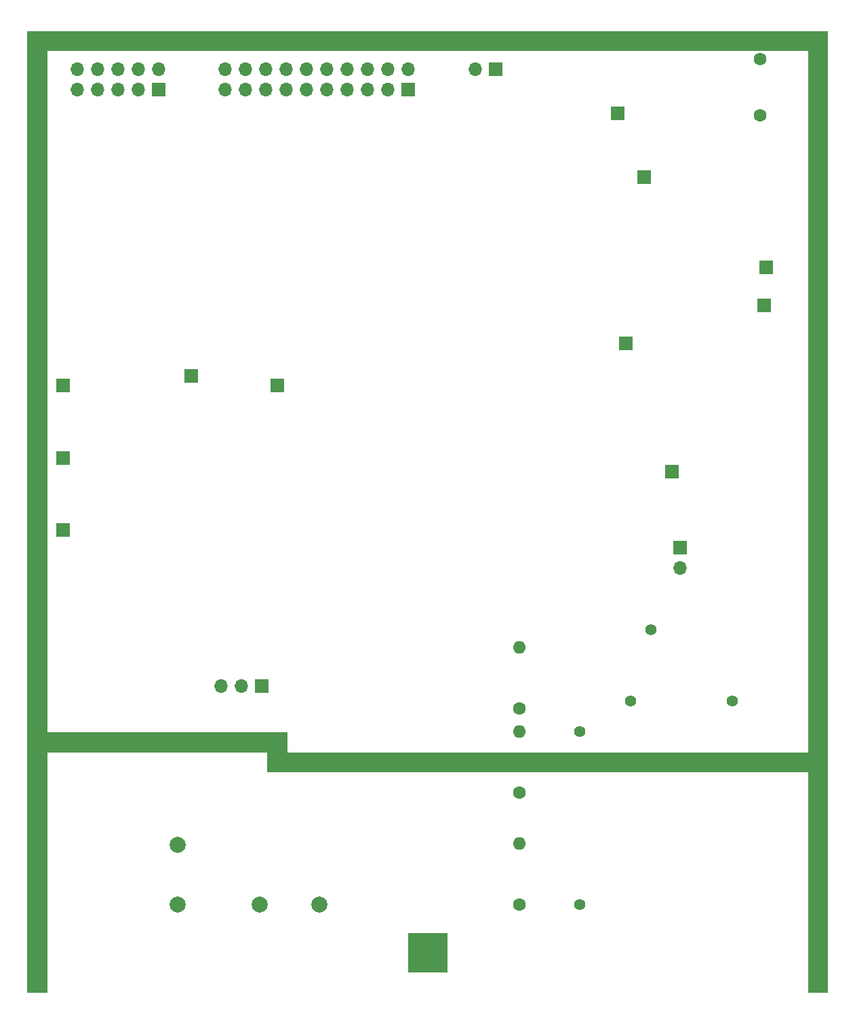
<source format=gbr>
%TF.GenerationSoftware,KiCad,Pcbnew,7.0.1*%
%TF.CreationDate,2023-04-12T20:57:29-06:00*%
%TF.ProjectId,Panoptes,50616e6f-7074-4657-932e-6b696361645f,3.0*%
%TF.SameCoordinates,PX16e3600PY1ba8140*%
%TF.FileFunction,Soldermask,Bot*%
%TF.FilePolarity,Negative*%
%FSLAX46Y46*%
G04 Gerber Fmt 4.6, Leading zero omitted, Abs format (unit mm)*
G04 Created by KiCad (PCBNEW 7.0.1) date 2023-04-12 20:57:29*
%MOMM*%
%LPD*%
G01*
G04 APERTURE LIST*
%ADD10R,1.700000X1.700000*%
%ADD11O,1.700000X1.700000*%
%ADD12C,1.600000*%
%ADD13O,1.600000X1.600000*%
%ADD14R,5.000000X5.000000*%
%ADD15C,2.000000*%
%ADD16C,1.400000*%
G04 APERTURE END LIST*
D10*
%TO.C,TP13*%
X31250000Y-44250000D03*
%TD*%
%TO.C,TP12*%
X4500000Y-53250000D03*
%TD*%
%TO.C,TP9*%
X20500000Y-43000000D03*
%TD*%
%TO.C,TP8*%
X80500000Y-55000000D03*
%TD*%
%TO.C,TP7*%
X4500000Y-44250000D03*
%TD*%
%TO.C,TP6*%
X4500000Y-62250000D03*
%TD*%
%TO.C,TP5*%
X77000000Y-18250000D03*
%TD*%
%TO.C,TP4*%
X73750000Y-10250000D03*
%TD*%
%TO.C,TP3*%
X92250000Y-29500000D03*
%TD*%
%TO.C,TP2*%
X92000000Y-34250000D03*
%TD*%
%TO.C,TP1*%
X74750000Y-39000000D03*
%TD*%
%TO.C,J1*%
X16410000Y-7290000D03*
D11*
X16410000Y-4750000D03*
X13870000Y-7290000D03*
X13870000Y-4750000D03*
X11330000Y-7290000D03*
X11330000Y-4750000D03*
X8790000Y-7290000D03*
X8790000Y-4750000D03*
X6250000Y-7290000D03*
X6250000Y-4750000D03*
%TD*%
D12*
%TO.C,R23*%
X61500000Y-109000000D03*
D13*
X61500000Y-101380000D03*
%TD*%
D14*
%TO.C,J3*%
X50000000Y-115000000D03*
%TD*%
D10*
%TO.C,J5*%
X81500000Y-64475000D03*
D11*
X81500000Y-67015000D03*
%TD*%
D12*
%TO.C,R25*%
X61500000Y-84560000D03*
D13*
X61500000Y-76940000D03*
%TD*%
D12*
%TO.C,R24*%
X61500000Y-95060000D03*
D13*
X61500000Y-87440000D03*
%TD*%
D15*
%TO.C,C36*%
X36500000Y-109000000D03*
X29000000Y-109000000D03*
%TD*%
D12*
%TO.C,J7*%
X91500000Y-3500000D03*
X91500000Y-10500000D03*
%TD*%
D15*
%TO.C,C37*%
X18750000Y-109000000D03*
X18750000Y-101500000D03*
%TD*%
D10*
%TO.C,J2*%
X47610000Y-7290000D03*
D11*
X47610000Y-4750000D03*
X45070000Y-7290000D03*
X45070000Y-4750000D03*
X42530000Y-7290000D03*
X42530000Y-4750000D03*
X39990000Y-7290000D03*
X39990000Y-4750000D03*
X37450000Y-7290000D03*
X37450000Y-4750000D03*
X34910000Y-7290000D03*
X34910000Y-4750000D03*
X32370000Y-7290000D03*
X32370000Y-4750000D03*
X29830000Y-7290000D03*
X29830000Y-4750000D03*
X27290000Y-7290000D03*
X27290000Y-4750000D03*
X24750000Y-7290000D03*
X24750000Y-4750000D03*
%TD*%
D10*
%TO.C,J4*%
X29290000Y-81750000D03*
D11*
X26750000Y-81750000D03*
X24210000Y-81750000D03*
%TD*%
D16*
%TO.C,U8*%
X75350000Y-83600000D03*
X88050000Y-83600000D03*
X69000000Y-87410000D03*
X69000000Y-109000000D03*
X77890000Y-74710000D03*
%TD*%
D10*
%TO.C,J6*%
X58540000Y-4750000D03*
D11*
X56000000Y-4750000D03*
%TD*%
G36*
X97771632Y-3368D02*
G01*
X97775000Y-11500D01*
X97775000Y-2499726D01*
X97774987Y-2500263D01*
X97774916Y-2501781D01*
X97774819Y-2502831D01*
X97774646Y-2504073D01*
X97774450Y-2505120D01*
X97774166Y-2506327D01*
X97773876Y-2507346D01*
X97773482Y-2508522D01*
X97773095Y-2509521D01*
X97772593Y-2510656D01*
X97772124Y-2511597D01*
X97771510Y-2512700D01*
X97770951Y-2513604D01*
X97770254Y-2514622D01*
X97769612Y-2515473D01*
X97768818Y-2516429D01*
X97768103Y-2517213D01*
X97767213Y-2518103D01*
X97766429Y-2518818D01*
X97765473Y-2519612D01*
X97764622Y-2520254D01*
X97763604Y-2520951D01*
X97762700Y-2521510D01*
X97761597Y-2522124D01*
X97760656Y-2522593D01*
X97759521Y-2523095D01*
X97758522Y-2523482D01*
X97757346Y-2523876D01*
X97756327Y-2524166D01*
X97755120Y-2524450D01*
X97754073Y-2524646D01*
X97752831Y-2524819D01*
X97751781Y-2524916D01*
X97750263Y-2524987D01*
X97749726Y-2525000D01*
X97511500Y-2525000D01*
X97503368Y-2521632D01*
X97500000Y-2513500D01*
X97500000Y-2500001D01*
X97499999Y-2500000D01*
X84736500Y-2500000D01*
X84728368Y-2496632D01*
X84725000Y-2488500D01*
X84725000Y-11500D01*
X84728368Y-3368D01*
X84736500Y0D01*
X97763500Y0D01*
X97771632Y-3368D01*
G37*
G36*
X20271632Y-87503368D02*
G01*
X20275000Y-87511500D01*
X20275000Y-89988500D01*
X20271632Y-89996632D01*
X20263500Y-90000000D01*
X17236500Y-90000000D01*
X17228368Y-89996632D01*
X17225000Y-89988500D01*
X17225000Y-87511500D01*
X17228368Y-87503368D01*
X17236500Y-87500000D01*
X20263500Y-87500000D01*
X20271632Y-87503368D01*
G37*
G36*
X99996632Y-3368D02*
G01*
X100000000Y-11500D01*
X100000000Y-119988500D01*
X99996632Y-119996632D01*
X99988500Y-120000000D01*
X97511500Y-120000000D01*
X97503368Y-119996632D01*
X97500000Y-119988500D01*
X97500000Y-92500001D01*
X97499999Y-92500000D01*
X30011500Y-92500000D01*
X30003368Y-92496632D01*
X30000000Y-92488500D01*
X30000000Y-90000001D01*
X29999999Y-90000000D01*
X19986500Y-90000000D01*
X19978368Y-89996632D01*
X19975000Y-89988500D01*
X19975000Y-87511500D01*
X19978368Y-87503368D01*
X19986500Y-87500000D01*
X32488500Y-87500000D01*
X32496632Y-87503368D01*
X32500000Y-87511500D01*
X32500000Y-89999999D01*
X32500001Y-90000000D01*
X97499999Y-90000000D01*
X97500000Y-89999999D01*
X97500000Y-2500001D01*
X97499999Y-2500000D01*
X97486500Y-2500000D01*
X97478368Y-2496632D01*
X97475000Y-2488500D01*
X97475000Y-11500D01*
X97478368Y-3368D01*
X97486500Y0D01*
X99988500Y0D01*
X99996632Y-3368D01*
G37*
G36*
X85021632Y-3368D02*
G01*
X85025000Y-11500D01*
X85025000Y-2488500D01*
X85021632Y-2496632D01*
X85013500Y-2500000D01*
X2500001Y-2500000D01*
X2500000Y-2500001D01*
X2500000Y-87499999D01*
X2500001Y-87500000D01*
X17513500Y-87500000D01*
X17521632Y-87503368D01*
X17525000Y-87511500D01*
X17525000Y-89988500D01*
X17521632Y-89996632D01*
X17513500Y-90000000D01*
X2500001Y-90000000D01*
X2500000Y-90000001D01*
X2500000Y-119988500D01*
X2496632Y-119996632D01*
X2488500Y-120000000D01*
X11500Y-120000000D01*
X3368Y-119996632D01*
X0Y-119988500D01*
X0Y-11500D01*
X3368Y-3368D01*
X11500Y0D01*
X85013500Y0D01*
X85021632Y-3368D01*
G37*
M02*

</source>
